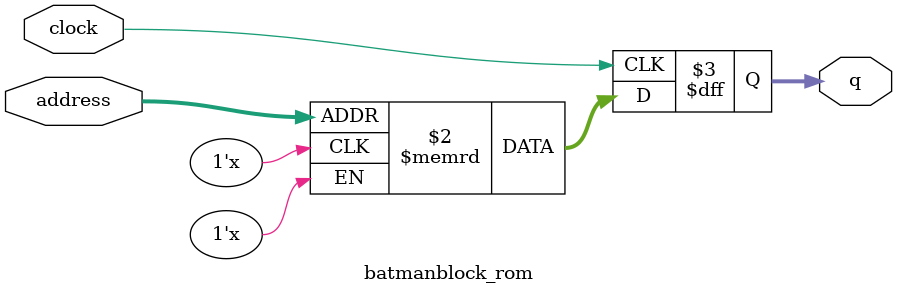
<source format=sv>
module batmanblock_rom (
	input logic clock,
	input logic [11:0] address,
	output logic [3:0] q
);

logic [3:0] memory [0:4095] /* synthesis ram_init_file = "./batmanblock/batmanblock.mif" */;

always_ff @ (posedge clock) begin
	q <= memory[address];
end

endmodule

</source>
